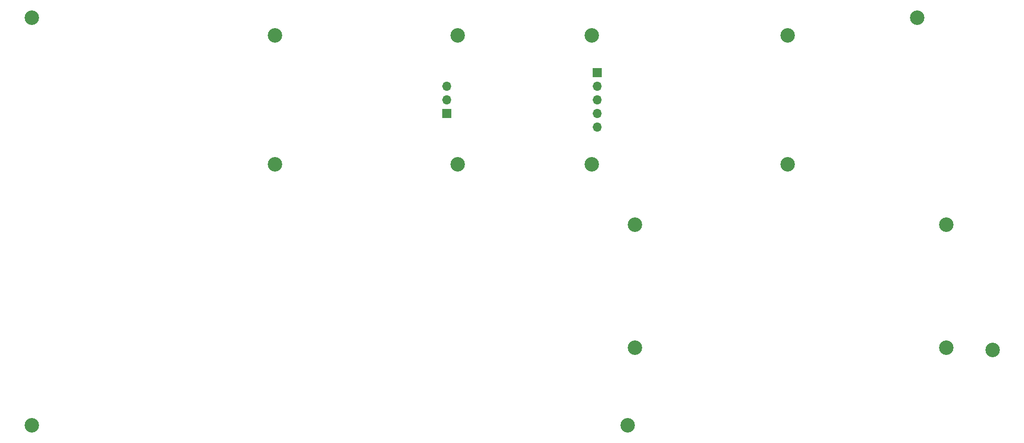
<source format=gbr>
%TF.GenerationSoftware,KiCad,Pcbnew,8.0.9-8.0.9-0~ubuntu22.04.1*%
%TF.CreationDate,2025-06-19T12:15:33-04:00*%
%TF.ProjectId,digital_waters,64696769-7461-46c5-9f77-61746572732e,rev?*%
%TF.SameCoordinates,Original*%
%TF.FileFunction,Soldermask,Bot*%
%TF.FilePolarity,Negative*%
%FSLAX46Y46*%
G04 Gerber Fmt 4.6, Leading zero omitted, Abs format (unit mm)*
G04 Created by KiCad (PCBNEW 8.0.9-8.0.9-0~ubuntu22.04.1) date 2025-06-19 12:15:33*
%MOMM*%
%LPD*%
G01*
G04 APERTURE LIST*
%ADD10C,2.700000*%
%ADD11R,1.700000X1.700000*%
%ADD12O,1.700000X1.700000*%
G04 APERTURE END LIST*
D10*
%TO.C,H4*%
X134347325Y-73318816D03*
%TD*%
%TO.C,H10*%
X225361393Y-84555404D03*
%TD*%
%TO.C,H2*%
X100347325Y-73318816D03*
%TD*%
%TO.C,H12*%
X225361393Y-107555404D03*
%TD*%
%TO.C,H14*%
X220000000Y-46000000D03*
%TD*%
%TO.C,H7*%
X195847325Y-49318816D03*
%TD*%
%TO.C,H16*%
X234000000Y-108000000D03*
%TD*%
%TO.C,H13*%
X55000000Y-46000000D03*
%TD*%
D11*
%TO.C,J18*%
X160372325Y-56238816D03*
D12*
X160372325Y-58778816D03*
X160372325Y-61318816D03*
X160372325Y-63858816D03*
X160372325Y-66398816D03*
%TD*%
D10*
%TO.C,H8*%
X195847325Y-73318816D03*
%TD*%
%TO.C,H11*%
X167361393Y-107555404D03*
%TD*%
%TO.C,H5*%
X159347325Y-49318816D03*
%TD*%
%TO.C,H15*%
X55000000Y-122000000D03*
%TD*%
%TO.C,H6*%
X159347325Y-73318816D03*
%TD*%
%TO.C,H3*%
X134347325Y-49318816D03*
%TD*%
D11*
%TO.C,J17*%
X132347325Y-63858816D03*
D12*
X132347325Y-61318816D03*
X132347325Y-58778816D03*
%TD*%
D10*
%TO.C,H1*%
X100347325Y-49318816D03*
%TD*%
%TO.C,H9*%
X167361393Y-84555404D03*
%TD*%
%TO.C,H17*%
X166000000Y-122000000D03*
%TD*%
M02*

</source>
